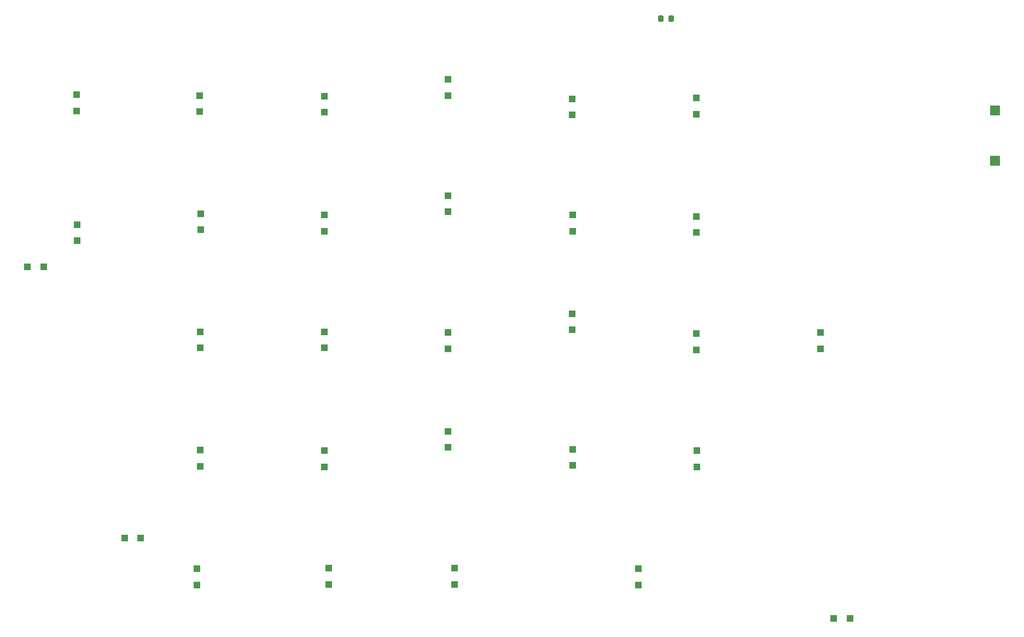
<source format=gbr>
%TF.GenerationSoftware,KiCad,Pcbnew,(6.0.6-0)*%
%TF.CreationDate,2023-01-06T16:27:02+00:00*%
%TF.ProjectId,MacSplit60,4d616353-706c-4697-9436-302e6b696361,rev?*%
%TF.SameCoordinates,Original*%
%TF.FileFunction,Paste,Top*%
%TF.FilePolarity,Positive*%
%FSLAX46Y46*%
G04 Gerber Fmt 4.6, Leading zero omitted, Abs format (unit mm)*
G04 Created by KiCad (PCBNEW (6.0.6-0)) date 2023-01-06 16:27:02*
%MOMM*%
%LPD*%
G01*
G04 APERTURE LIST*
G04 Aperture macros list*
%AMRoundRect*
0 Rectangle with rounded corners*
0 $1 Rounding radius*
0 $2 $3 $4 $5 $6 $7 $8 $9 X,Y pos of 4 corners*
0 Add a 4 corners polygon primitive as box body*
4,1,4,$2,$3,$4,$5,$6,$7,$8,$9,$2,$3,0*
0 Add four circle primitives for the rounded corners*
1,1,$1+$1,$2,$3*
1,1,$1+$1,$4,$5*
1,1,$1+$1,$6,$7*
1,1,$1+$1,$8,$9*
0 Add four rect primitives between the rounded corners*
20,1,$1+$1,$2,$3,$4,$5,0*
20,1,$1+$1,$4,$5,$6,$7,0*
20,1,$1+$1,$6,$7,$8,$9,0*
20,1,$1+$1,$8,$9,$2,$3,0*%
G04 Aperture macros list end*
%ADD10RoundRect,0.225000X-0.225000X-0.250000X0.225000X-0.250000X0.225000X0.250000X-0.225000X0.250000X0*%
%ADD11R,1.500000X1.500000*%
%ADD12R,1.000000X1.000000*%
G04 APERTURE END LIST*
D10*
%TO.C,C1*%
X195735000Y-46350000D03*
X197285000Y-46350000D03*
%TD*%
D11*
%TO.C,SW100*%
X247396000Y-60616000D03*
X247396000Y-68416000D03*
%TD*%
D12*
%TO.C,D12*%
X143600000Y-79300000D03*
X143600000Y-76800000D03*
%TD*%
%TO.C,D23*%
X124400291Y-115700000D03*
X124400291Y-113200000D03*
%TD*%
%TO.C,D19*%
X182000000Y-94600000D03*
X182000000Y-92100000D03*
%TD*%
%TO.C,D18*%
X162800000Y-97500000D03*
X162800000Y-95000000D03*
%TD*%
%TO.C,D13*%
X162800000Y-76300000D03*
X162800000Y-73800000D03*
%TD*%
%TO.C,D5*%
X182000000Y-61300000D03*
X182000000Y-58800000D03*
%TD*%
%TO.C,D29*%
X144300000Y-134000000D03*
X144300000Y-131500000D03*
%TD*%
%TO.C,D25*%
X162800000Y-112800000D03*
X162800000Y-110300000D03*
%TD*%
%TO.C,D30*%
X163800000Y-134000000D03*
X163800000Y-131500000D03*
%TD*%
%TO.C,D32*%
X222500000Y-139300000D03*
X225000000Y-139300000D03*
%TD*%
%TO.C,D24*%
X143600291Y-115800000D03*
X143600291Y-113300000D03*
%TD*%
%TO.C,D1*%
X105300291Y-60700000D03*
X105300291Y-58200000D03*
%TD*%
%TO.C,D2*%
X124300291Y-60800000D03*
X124300291Y-58300000D03*
%TD*%
%TO.C,D15*%
X201200000Y-79500000D03*
X201200000Y-77000000D03*
%TD*%
%TO.C,D10*%
X105400291Y-80800000D03*
X105400291Y-78300000D03*
%TD*%
%TO.C,D31*%
X192200000Y-134100000D03*
X192200000Y-131600000D03*
%TD*%
%TO.C,D22*%
X115200000Y-126800000D03*
X112700000Y-126800000D03*
%TD*%
%TO.C,D17*%
X143600291Y-97400000D03*
X143600291Y-94900000D03*
%TD*%
%TO.C,D26*%
X182100000Y-115600000D03*
X182100000Y-113100000D03*
%TD*%
%TO.C,D6*%
X201200000Y-61200000D03*
X201200000Y-58700000D03*
%TD*%
%TO.C,D4*%
X162800000Y-58300000D03*
X162800000Y-55800000D03*
%TD*%
%TO.C,D11*%
X124500291Y-79100000D03*
X124500291Y-76600000D03*
%TD*%
%TO.C,D16*%
X124400291Y-97400000D03*
X124400291Y-94900000D03*
%TD*%
%TO.C,D28*%
X123900000Y-134100000D03*
X123900000Y-131600000D03*
%TD*%
%TO.C,D14*%
X182100000Y-79300000D03*
X182100000Y-76800000D03*
%TD*%
%TO.C,D27*%
X201300000Y-115800000D03*
X201300000Y-113300000D03*
%TD*%
%TO.C,D20*%
X201200000Y-97700000D03*
X201200000Y-95200000D03*
%TD*%
%TO.C,D33*%
X97700291Y-84800000D03*
X100200291Y-84800000D03*
%TD*%
%TO.C,D21*%
X220400000Y-97500000D03*
X220400000Y-95000000D03*
%TD*%
%TO.C,D3*%
X143600000Y-60900000D03*
X143600000Y-58400000D03*
%TD*%
M02*

</source>
